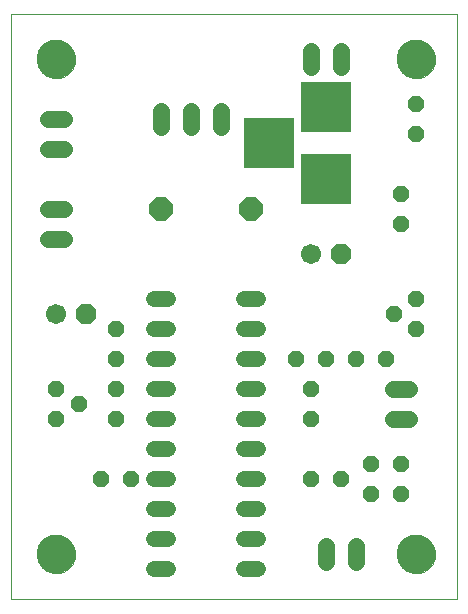
<source format=gts>
G75*
%MOIN*%
%OFA0B0*%
%FSLAX24Y24*%
%IPPOS*%
%LPD*%
%AMOC8*
5,1,8,0,0,1.08239X$1,22.5*
%
%ADD10C,0.0000*%
%ADD11C,0.1300*%
%ADD12OC8,0.0790*%
%ADD13C,0.0520*%
%ADD14OC8,0.0540*%
%ADD15OC8,0.0520*%
%ADD16C,0.0580*%
%ADD17OC8,0.0670*%
%ADD18C,0.0670*%
%ADD19R,0.1700X0.1700*%
D10*
X000180Y000180D02*
X000180Y019676D01*
X015050Y019676D01*
X015050Y000180D01*
X000180Y000180D01*
X001050Y001680D02*
X001052Y001730D01*
X001058Y001780D01*
X001068Y001829D01*
X001082Y001877D01*
X001099Y001924D01*
X001120Y001969D01*
X001145Y002013D01*
X001173Y002054D01*
X001205Y002093D01*
X001239Y002130D01*
X001276Y002164D01*
X001316Y002194D01*
X001358Y002221D01*
X001402Y002245D01*
X001448Y002266D01*
X001495Y002282D01*
X001543Y002295D01*
X001593Y002304D01*
X001642Y002309D01*
X001693Y002310D01*
X001743Y002307D01*
X001792Y002300D01*
X001841Y002289D01*
X001889Y002274D01*
X001935Y002256D01*
X001980Y002234D01*
X002023Y002208D01*
X002064Y002179D01*
X002103Y002147D01*
X002139Y002112D01*
X002171Y002074D01*
X002201Y002034D01*
X002228Y001991D01*
X002251Y001947D01*
X002270Y001901D01*
X002286Y001853D01*
X002298Y001804D01*
X002306Y001755D01*
X002310Y001705D01*
X002310Y001655D01*
X002306Y001605D01*
X002298Y001556D01*
X002286Y001507D01*
X002270Y001459D01*
X002251Y001413D01*
X002228Y001369D01*
X002201Y001326D01*
X002171Y001286D01*
X002139Y001248D01*
X002103Y001213D01*
X002064Y001181D01*
X002023Y001152D01*
X001980Y001126D01*
X001935Y001104D01*
X001889Y001086D01*
X001841Y001071D01*
X001792Y001060D01*
X001743Y001053D01*
X001693Y001050D01*
X001642Y001051D01*
X001593Y001056D01*
X001543Y001065D01*
X001495Y001078D01*
X001448Y001094D01*
X001402Y001115D01*
X001358Y001139D01*
X001316Y001166D01*
X001276Y001196D01*
X001239Y001230D01*
X001205Y001267D01*
X001173Y001306D01*
X001145Y001347D01*
X001120Y001391D01*
X001099Y001436D01*
X001082Y001483D01*
X001068Y001531D01*
X001058Y001580D01*
X001052Y001630D01*
X001050Y001680D01*
X013050Y001680D02*
X013052Y001730D01*
X013058Y001780D01*
X013068Y001829D01*
X013082Y001877D01*
X013099Y001924D01*
X013120Y001969D01*
X013145Y002013D01*
X013173Y002054D01*
X013205Y002093D01*
X013239Y002130D01*
X013276Y002164D01*
X013316Y002194D01*
X013358Y002221D01*
X013402Y002245D01*
X013448Y002266D01*
X013495Y002282D01*
X013543Y002295D01*
X013593Y002304D01*
X013642Y002309D01*
X013693Y002310D01*
X013743Y002307D01*
X013792Y002300D01*
X013841Y002289D01*
X013889Y002274D01*
X013935Y002256D01*
X013980Y002234D01*
X014023Y002208D01*
X014064Y002179D01*
X014103Y002147D01*
X014139Y002112D01*
X014171Y002074D01*
X014201Y002034D01*
X014228Y001991D01*
X014251Y001947D01*
X014270Y001901D01*
X014286Y001853D01*
X014298Y001804D01*
X014306Y001755D01*
X014310Y001705D01*
X014310Y001655D01*
X014306Y001605D01*
X014298Y001556D01*
X014286Y001507D01*
X014270Y001459D01*
X014251Y001413D01*
X014228Y001369D01*
X014201Y001326D01*
X014171Y001286D01*
X014139Y001248D01*
X014103Y001213D01*
X014064Y001181D01*
X014023Y001152D01*
X013980Y001126D01*
X013935Y001104D01*
X013889Y001086D01*
X013841Y001071D01*
X013792Y001060D01*
X013743Y001053D01*
X013693Y001050D01*
X013642Y001051D01*
X013593Y001056D01*
X013543Y001065D01*
X013495Y001078D01*
X013448Y001094D01*
X013402Y001115D01*
X013358Y001139D01*
X013316Y001166D01*
X013276Y001196D01*
X013239Y001230D01*
X013205Y001267D01*
X013173Y001306D01*
X013145Y001347D01*
X013120Y001391D01*
X013099Y001436D01*
X013082Y001483D01*
X013068Y001531D01*
X013058Y001580D01*
X013052Y001630D01*
X013050Y001680D01*
X013050Y018180D02*
X013052Y018230D01*
X013058Y018280D01*
X013068Y018329D01*
X013082Y018377D01*
X013099Y018424D01*
X013120Y018469D01*
X013145Y018513D01*
X013173Y018554D01*
X013205Y018593D01*
X013239Y018630D01*
X013276Y018664D01*
X013316Y018694D01*
X013358Y018721D01*
X013402Y018745D01*
X013448Y018766D01*
X013495Y018782D01*
X013543Y018795D01*
X013593Y018804D01*
X013642Y018809D01*
X013693Y018810D01*
X013743Y018807D01*
X013792Y018800D01*
X013841Y018789D01*
X013889Y018774D01*
X013935Y018756D01*
X013980Y018734D01*
X014023Y018708D01*
X014064Y018679D01*
X014103Y018647D01*
X014139Y018612D01*
X014171Y018574D01*
X014201Y018534D01*
X014228Y018491D01*
X014251Y018447D01*
X014270Y018401D01*
X014286Y018353D01*
X014298Y018304D01*
X014306Y018255D01*
X014310Y018205D01*
X014310Y018155D01*
X014306Y018105D01*
X014298Y018056D01*
X014286Y018007D01*
X014270Y017959D01*
X014251Y017913D01*
X014228Y017869D01*
X014201Y017826D01*
X014171Y017786D01*
X014139Y017748D01*
X014103Y017713D01*
X014064Y017681D01*
X014023Y017652D01*
X013980Y017626D01*
X013935Y017604D01*
X013889Y017586D01*
X013841Y017571D01*
X013792Y017560D01*
X013743Y017553D01*
X013693Y017550D01*
X013642Y017551D01*
X013593Y017556D01*
X013543Y017565D01*
X013495Y017578D01*
X013448Y017594D01*
X013402Y017615D01*
X013358Y017639D01*
X013316Y017666D01*
X013276Y017696D01*
X013239Y017730D01*
X013205Y017767D01*
X013173Y017806D01*
X013145Y017847D01*
X013120Y017891D01*
X013099Y017936D01*
X013082Y017983D01*
X013068Y018031D01*
X013058Y018080D01*
X013052Y018130D01*
X013050Y018180D01*
X001050Y018180D02*
X001052Y018230D01*
X001058Y018280D01*
X001068Y018329D01*
X001082Y018377D01*
X001099Y018424D01*
X001120Y018469D01*
X001145Y018513D01*
X001173Y018554D01*
X001205Y018593D01*
X001239Y018630D01*
X001276Y018664D01*
X001316Y018694D01*
X001358Y018721D01*
X001402Y018745D01*
X001448Y018766D01*
X001495Y018782D01*
X001543Y018795D01*
X001593Y018804D01*
X001642Y018809D01*
X001693Y018810D01*
X001743Y018807D01*
X001792Y018800D01*
X001841Y018789D01*
X001889Y018774D01*
X001935Y018756D01*
X001980Y018734D01*
X002023Y018708D01*
X002064Y018679D01*
X002103Y018647D01*
X002139Y018612D01*
X002171Y018574D01*
X002201Y018534D01*
X002228Y018491D01*
X002251Y018447D01*
X002270Y018401D01*
X002286Y018353D01*
X002298Y018304D01*
X002306Y018255D01*
X002310Y018205D01*
X002310Y018155D01*
X002306Y018105D01*
X002298Y018056D01*
X002286Y018007D01*
X002270Y017959D01*
X002251Y017913D01*
X002228Y017869D01*
X002201Y017826D01*
X002171Y017786D01*
X002139Y017748D01*
X002103Y017713D01*
X002064Y017681D01*
X002023Y017652D01*
X001980Y017626D01*
X001935Y017604D01*
X001889Y017586D01*
X001841Y017571D01*
X001792Y017560D01*
X001743Y017553D01*
X001693Y017550D01*
X001642Y017551D01*
X001593Y017556D01*
X001543Y017565D01*
X001495Y017578D01*
X001448Y017594D01*
X001402Y017615D01*
X001358Y017639D01*
X001316Y017666D01*
X001276Y017696D01*
X001239Y017730D01*
X001205Y017767D01*
X001173Y017806D01*
X001145Y017847D01*
X001120Y017891D01*
X001099Y017936D01*
X001082Y017983D01*
X001068Y018031D01*
X001058Y018080D01*
X001052Y018130D01*
X001050Y018180D01*
D11*
X001680Y018180D03*
X013680Y018180D03*
X013680Y001680D03*
X001680Y001680D03*
D12*
X005180Y013180D03*
X008180Y013180D03*
D13*
X007940Y010182D02*
X008420Y010182D01*
X008420Y009182D02*
X007940Y009182D01*
X007940Y008182D02*
X008420Y008182D01*
X008420Y007182D02*
X007940Y007182D01*
X007940Y006182D02*
X008420Y006182D01*
X008420Y005182D02*
X007940Y005182D01*
X007940Y004182D02*
X008420Y004182D01*
X008420Y003182D02*
X007940Y003182D01*
X007940Y002182D02*
X008420Y002182D01*
X008420Y001182D02*
X007940Y001182D01*
X005420Y001182D02*
X004940Y001182D01*
X004940Y002182D02*
X005420Y002182D01*
X005420Y003182D02*
X004940Y003182D01*
X004940Y004182D02*
X005420Y004182D01*
X005420Y005182D02*
X004940Y005182D01*
X004940Y006182D02*
X005420Y006182D01*
X005420Y007182D02*
X004940Y007182D01*
X004940Y008182D02*
X005420Y008182D01*
X005420Y009182D02*
X004940Y009182D01*
X004940Y010182D02*
X005420Y010182D01*
D14*
X012930Y009680D03*
X013680Y009180D03*
X013680Y010180D03*
D15*
X012680Y008180D03*
X011680Y008180D03*
X010680Y008180D03*
X010180Y007180D03*
X010180Y006180D03*
X010180Y004180D03*
X011180Y004180D03*
X012180Y003680D03*
X012180Y004680D03*
X013180Y004680D03*
X013180Y003680D03*
X009680Y008180D03*
X013180Y012680D03*
X013180Y013680D03*
X013680Y015680D03*
X013680Y016680D03*
X004180Y004180D03*
X003180Y004180D03*
X003680Y006180D03*
X003680Y007180D03*
X003680Y008180D03*
X003680Y009180D03*
X002430Y006680D03*
X001680Y006180D03*
X001680Y007180D03*
D16*
X001410Y012180D02*
X001950Y012180D01*
X001950Y013180D02*
X001410Y013180D01*
X001410Y015180D02*
X001950Y015180D01*
X001950Y016180D02*
X001410Y016180D01*
X005180Y015910D02*
X005180Y016450D01*
X006180Y016450D02*
X006180Y015910D01*
X007180Y015910D02*
X007180Y016450D01*
X010180Y017910D02*
X010180Y018450D01*
X011180Y018450D02*
X011180Y017910D01*
X012910Y007180D02*
X013450Y007180D01*
X013450Y006180D02*
X012910Y006180D01*
X011680Y001950D02*
X011680Y001410D01*
X010680Y001410D02*
X010680Y001950D01*
D17*
X011180Y011680D03*
X002680Y009680D03*
D18*
X001680Y009680D03*
X010180Y011680D03*
D19*
X010680Y014180D03*
X008780Y015380D03*
X010680Y016580D03*
M02*

</source>
